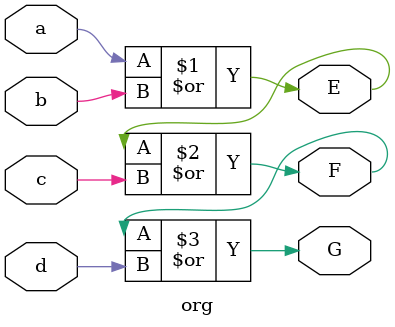
<source format=v>
`timescale 1ns / 1ps


module org(
input a,b,c,d,
output E,F,G
    );
  
  
 assign E = a|b;
 assign F = E|c;
 assign G = F|d;  
  
endmodule

</source>
